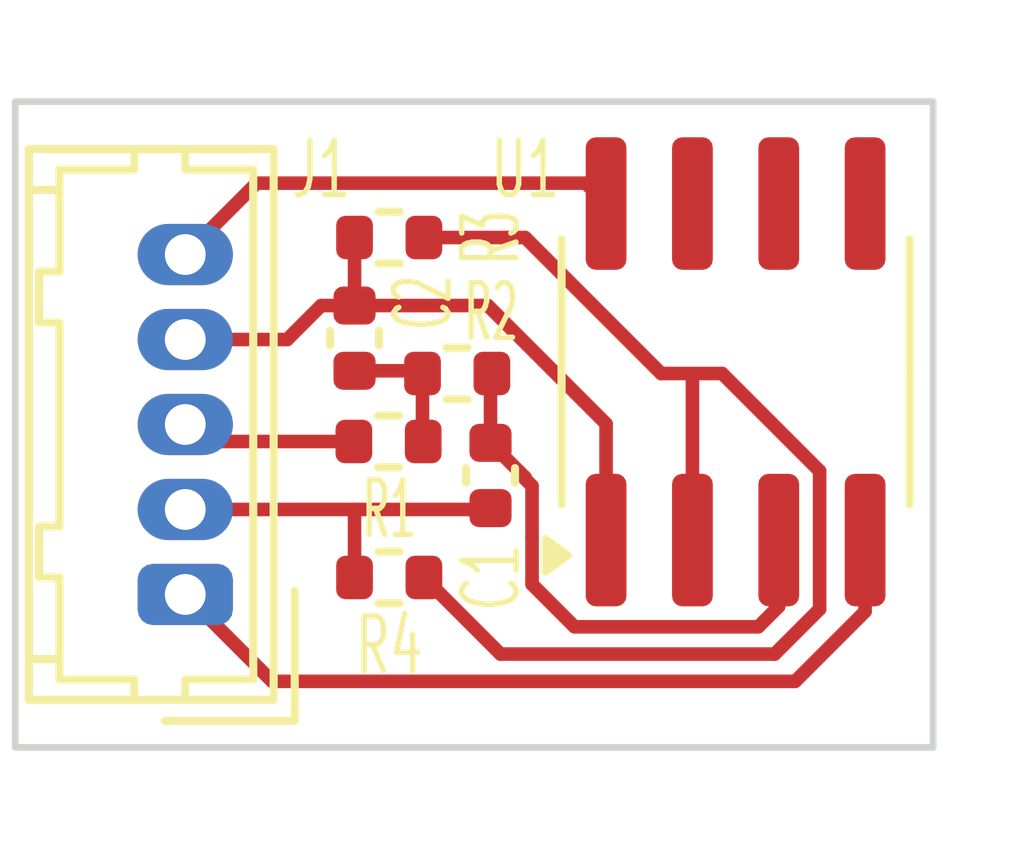
<source format=kicad_pcb>
(kicad_pcb (version 20241229) (generator "pcbnew") (generator_version "9.0")
  (layers (0 "F.Cu" signal) (2 "B.Cu" signal) (13 "F.Paste" user) (15 "B.Paste" user) (5 "F.SilkS" user "F.Silkscreen") (7 "B.SilkS" user "B.Silkscreen") (1 "F.Mask" user) (3 "B.Mask" user) (25 "Edge.Cuts" user))
  (net 0 "")
  (net 1 "Net-(U1A-+)")
  (net 2 "GND")
  (net 3 "Net-(C2-Pad1)")
  (net 4 "/Vin")
  (net 5 "/Vout")
  (net 6 "Net-(U1A--)")
  (net 7 "/-15V0")
  (net 11 "/+15V0")
  (footprint "Resistor_SMD:R_0402_1005Metric" (layer "F.Cu") (at 105.5 66.5)
    (property "Reference" "R4" (at 0 1 0) (layer "F.SilkS") (effects (font (size 0.8 0.5) (thickness 0.08))))
    (property "Value" "54k")
    (fp_line (start -0.153641 -0.38) (end 0.153641 -0.38) (stroke (width 0.12)) (layer "F.SilkS"))
    (fp_line (start -0.153641 0.38) (end 0.153641 0.38) (stroke (width 0.12)) (layer "F.SilkS"))
    (pad "1" smd roundrect (at -0.51 0) (size 0.54 0.64) (layers "F.Cu" "F.Mask" "F.Paste") (net 2 "GND"))
    (pad "2" smd roundrect (at 0.51 0) (size 0.54 0.64) (layers "F.Cu" "F.Mask" "F.Paste") (net 6 "Net-(U1A--)"))
  )
  (footprint "Resistor_SMD:R_0402_1005Metric" (layer "F.Cu") (at 106.5 63.5)
    (property "Reference" "R2" (at 0.5 -0.9 0) (layer "F.SilkS") (effects (font (size 0.8 0.4) (thickness 0.08) (bold yes))))
    (property "Value" "40k")
    (fp_line (start -0.153641 -0.38) (end 0.153641 -0.38) (stroke (width 0.12)) (layer "F.SilkS"))
    (fp_line (start -0.153641 0.38) (end 0.153641 0.38) (stroke (width 0.12)) (layer "F.SilkS"))
    (pad "1" smd roundrect (at -0.51 0) (size 0.54 0.64) (layers "F.Cu" "F.Mask" "F.Paste") (net 3 "Net-(C2-Pad1)"))
    (pad "2" smd roundrect (at 0.51 0) (size 0.54 0.64) (layers "F.Cu" "F.Mask" "F.Paste") (net 1 "Net-(U1A-+)"))
  )
  (footprint "Resistor_SMD:R_0402_1005Metric" (layer "F.Cu") (at 105.5 61.5 180)
    (property "Reference" "R3" (at -1.5 0 90) (layer "F.SilkS") (effects (font (size 0.8 0.4) (thickness 0.08) (bold yes))))
    (property "Value" "480k")
    (fp_line (start -0.153641 0.38) (end 0.153641 0.38) (stroke (width 0.12)) (layer "F.SilkS"))
    (fp_line (start -0.153641 -0.38) (end 0.153641 -0.38) (stroke (width 0.12)) (layer "F.SilkS"))
    (pad "1" smd roundrect (at -0.51 0 180) (size 0.54 0.64) (layers "F.Cu" "F.Mask" "F.Paste") (net 6 "Net-(U1A--)"))
    (pad "2" smd roundrect (at 0.51 0 180) (size 0.54 0.64) (layers "F.Cu" "F.Mask" "F.Paste") (net 5 "/Vout"))
  )
  (footprint "Package_SO:SOIC-8_3.9x4.9mm_P1.27mm" (layer "F.Cu") (at 110.595 63.475 90)
    (property "Reference" "U1" (at 2.975 -3.095 180) (layer "F.SilkS") (effects (font (size 0.8 0.5) (thickness 0.08))))
    (property "Value" "TLC277")
    (fp_line (start 0 -2.56) (end 1.95 -2.56) (stroke (width 0.12)) (layer "F.SilkS"))
    (fp_line (start 0 -2.56) (end -1.95 -2.56) (stroke (width 0.12)) (layer "F.SilkS"))
    (fp_line (start 0 2.56) (end 1.95 2.56) (stroke (width 0.12)) (layer "F.SilkS"))
    (fp_line (start 0 2.56) (end -1.95 2.56) (stroke (width 0.12)) (layer "F.SilkS"))
    (fp_poly (pts (xy -2.7 -2.465) (xy -2.94 -2.795) (xy -2.46 -2.795) (xy -2.7 -2.465)) (stroke (width 0.12)) (fill yes) (layer "F.SilkS"))
    (pad "1" smd roundrect (at -2.475 -1.905 90) (size 1.95 0.6) (layers "F.Cu" "F.Mask" "F.Paste") (net 5 "/Vout"))
    (pad "2" smd roundrect (at -2.475 -0.635 90) (size 1.95 0.6) (layers "F.Cu" "F.Mask" "F.Paste") (net 6 "Net-(U1A--)"))
    (pad "3" smd roundrect (at -2.475 0.635 90) (size 1.95 0.6) (layers "F.Cu" "F.Mask" "F.Paste") (net 1 "Net-(U1A-+)"))
    (pad "4" smd roundrect (at -2.475 1.905 90) (size 1.95 0.6) (layers "F.Cu" "F.Mask" "F.Paste") (net 7 "/-15V0"))
    (pad "5" smd roundrect (at 2.475 1.905 90) (size 1.95 0.6) (layers "F.Cu" "F.Mask" "F.Paste"))
    (pad "6" smd roundrect (at 2.475 0.635 90) (size 1.95 0.6) (layers "F.Cu" "F.Mask" "F.Paste"))
    (pad "7" smd roundrect (at 2.475 -0.635 90) (size 1.95 0.6) (layers "F.Cu" "F.Mask" "F.Paste"))
    (pad "8" smd roundrect (at 2.475 -1.905 90) (size 1.95 0.6) (layers "F.Cu" "F.Mask" "F.Paste") (net 11 "/+15V0"))
  )
  (footprint "Capacitor_SMD:C_0402_1005Metric" (layer "F.Cu") (at 104.99 62.98 90)
    (property "Reference" "C2" (at 0.52 1.01 270) (layer "F.SilkS") (effects (font (size 0.8 0.4) (thickness 0.08) (bold yes))))
    (property "Value" "0.68u")
    (fp_line (start -0.107836 -0.36) (end 0.107836 -0.36) (stroke (width 0.12)) (layer "F.SilkS"))
    (fp_line (start -0.107836 0.36) (end 0.107836 0.36) (stroke (width 0.12)) (layer "F.SilkS"))
    (pad "1" smd roundrect (at -0.48 0 90) (size 0.56 0.62) (layers "F.Cu" "F.Mask" "F.Paste") (net 3 "Net-(C2-Pad1)"))
    (pad "2" smd roundrect (at 0.48 0 90) (size 0.56 0.62) (layers "F.Cu" "F.Mask" "F.Paste") (net 5 "/Vout"))
  )
  (footprint "Resistor_SMD:R_0402_1005Metric" (layer "F.Cu") (at 105.49 64.5)
    (property "Reference" "R1" (at 0.01 1 0) (layer "F.SilkS") (effects (font (size 0.8 0.4) (thickness 0.08) (bold yes))))
    (property "Value" "7k")
    (fp_line (start -0.153641 -0.38) (end 0.153641 -0.38) (stroke (width 0.12)) (layer "F.SilkS"))
    (fp_line (start -0.153641 0.38) (end 0.153641 0.38) (stroke (width 0.12)) (layer "F.SilkS"))
    (pad "1" smd roundrect (at -0.51 0) (size 0.54 0.64) (layers "F.Cu" "F.Mask" "F.Paste") (net 4 "/Vin"))
    (pad "2" smd roundrect (at 0.51 0) (size 0.54 0.64) (layers "F.Cu" "F.Mask" "F.Paste") (net 3 "Net-(C2-Pad1)"))
  )
  (footprint "Connector_Hirose:Hirose_DF13-05P-1.25DSA_1x05_P1.25mm_Vertical" (layer "F.Cu") (at 102.5 66.75 90)
    (property "Reference" "J1" (at 6.25 2 180) (layer "F.SilkS") (effects (font (size 0.8 0.5) (thickness 0.08))))
    (property "Value" "Conn_01x05_Pin")
    (fp_line (start 6.55 -2.3) (end -1.55 -2.3) (stroke (width 0.12)) (layer "F.SilkS"))
    (fp_line (start -1.55 -2.3) (end -1.55 1.3) (stroke (width 0.12)) (layer "F.SilkS"))
    (fp_line (start 4.75 -2.15) (end 4.75 -1.85) (stroke (width 0.12)) (layer "F.SilkS"))
    (fp_line (start 4 -2.15) (end 4.75 -2.15) (stroke (width 0.12)) (layer "F.SilkS"))
    (fp_line (start 1 -2.15) (end 1 -1.85) (stroke (width 0.12)) (layer "F.SilkS"))
    (fp_line (start 0.25 -2.15) (end 1 -2.15) (stroke (width 0.12)) (layer "F.SilkS"))
    (fp_line (start 6.25 -1.85) (end 5.95 -1.85) (stroke (width 0.12)) (layer "F.SilkS"))
    (fp_line (start 5.95 -1.85) (end 5.95 -2.3) (stroke (width 0.12)) (layer "F.SilkS"))
    (fp_line (start 4.75 -1.85) (end 5.95 -1.85) (stroke (width 0.12)) (layer "F.SilkS"))
    (fp_line (start 4 -1.85) (end 4 -2.15) (stroke (width 0.12)) (layer "F.SilkS"))
    (fp_line (start 1 -1.85) (end 4 -1.85) (stroke (width 0.12)) (layer "F.SilkS"))
    (fp_line (start 0.25 -1.85) (end 0.25 -2.15) (stroke (width 0.12)) (layer "F.SilkS"))
    (fp_line (start -0.95 -1.85) (end -0.95 -2.3) (stroke (width 0.12)) (layer "F.SilkS"))
    (fp_line (start -0.95 -1.85) (end 0.25 -1.85) (stroke (width 0.12)) (layer "F.SilkS"))
    (fp_line (start -1.25 -1.85) (end -0.95 -1.85) (stroke (width 0.12)) (layer "F.SilkS"))
    (fp_line (start 6.55 -0.75) (end 6.25 -0.75) (stroke (width 0.12)) (layer "F.SilkS"))
    (fp_line (start 6.25 -0.75) (end 6.25 -1.85) (stroke (width 0.12)) (layer "F.SilkS"))
    (fp_line (start -1.25 -0.75) (end -1.25 -1.85) (stroke (width 0.12)) (layer "F.SilkS"))
    (fp_line (start -1.55 -0.75) (end -1.25 -0.75) (stroke (width 0.12)) (layer "F.SilkS"))
    (fp_line (start -1.86 -0.3) (end -1.86 1.61) (stroke (width 0.12)) (layer "F.SilkS"))
    (fp_line (start 6.25 0) (end 6.55 0) (stroke (width 0.12)) (layer "F.SilkS"))
    (fp_line (start -1.25 0) (end -1.25 1) (stroke (width 0.12)) (layer "F.SilkS"))
    (fp_line (start -1.55 0) (end -1.25 0) (stroke (width 0.12)) (layer "F.SilkS"))
    (fp_line (start 6.25 1) (end 6.25 0) (stroke (width 0.12)) (layer "F.SilkS"))
    (fp_line (start -1.25 1) (end 6.25 1) (stroke (width 0.12)) (layer "F.SilkS"))
    (fp_line (start 6.55 1.3) (end 6.55 -2.3) (stroke (width 0.12)) (layer "F.SilkS"))
    (fp_line (start -1.55 1.3) (end 6.55 1.3) (stroke (width 0.12)) (layer "F.SilkS"))
    (fp_line (start -1.86 1.61) (end 0.05 1.61) (stroke (width 0.12)) (layer "F.SilkS"))
    (pad "1" thru_hole roundrect (at 0 0 90) (size 0.9 1.4) (drill 0.6) (layers "*.Cu" "*.Mask") (net 7 "/-15V0"))
    (pad "2" thru_hole oval (at 1.25 0 90) (size 0.9 1.4) (drill 0.6) (layers "*.Cu" "*.Mask") (net 2 "GND"))
    (pad "3" thru_hole oval (at 2.5 0 90) (size 0.9 1.4) (drill 0.6) (layers "*.Cu" "*.Mask") (net 4 "/Vin"))
    (pad "4" thru_hole oval (at 3.75 0 90) (size 0.9 1.4) (drill 0.6) (layers "*.Cu" "*.Mask") (net 5 "/Vout"))
    (pad "5" thru_hole oval (at 5 0 90) (size 0.9 1.4) (drill 0.6) (layers "*.Cu" "*.Mask") (net 11 "/+15V0"))
  )
  (footprint "Capacitor_SMD:C_0402_1005Metric" (layer "F.Cu") (at 106.99 65 -90)
    (property "Reference" "C1" (at 1.5 -0.01 90) (layer "F.SilkS") (effects (font (size 0.8 0.5) (thickness 0.08))))
    (property "Value" "0.68u")
    (fp_line (start -0.107836 0.36) (end 0.107836 0.36) (stroke (width 0.12)) (layer "F.SilkS"))
    (fp_line (start -0.107836 -0.36) (end 0.107836 -0.36) (stroke (width 0.12)) (layer "F.SilkS"))
    (pad "1" smd roundrect (at -0.48 0 270) (size 0.56 0.62) (layers "F.Cu" "F.Mask" "F.Paste") (net 1 "Net-(U1A-+)"))
    (pad "2" smd roundrect (at 0.48 0 270) (size 0.56 0.62) (layers "F.Cu" "F.Mask" "F.Paste") (net 2 "GND"))
  )
  (gr_rect (start 100 59.5) (end 113.5 69) (stroke (width 0.1)) (fill no) (layer "Edge.Cuts"))
  (segment (start 107.601 66.5) (end 107.601 66.601) (width 0.2) (layer "F.Cu") (net 1))
  (segment (start 107.601 65.90755) (end 107.601 66.5) (width 0.2) (layer "F.Cu") (net 1))
  (segment (start 106.99 64.52) (end 106.99 63.52) (width 0.2) (layer "F.Cu") (net 1))
  (segment (start 106.99 63.52) (end 107.01 63.5) (width 0.2) (layer "F.Cu") (net 1))
  (segment (start 106.99 64.52) (end 107.5 65.03) (width 0.2) (layer "F.Cu") (net 1))
  (segment (start 107.5 65.03) (end 107.5 65.05245) (width 0.2) (layer "F.Cu") (net 1))
  (segment (start 107.601 66.601) (end 108.226 67.226) (width 0.2) (layer "F.Cu") (net 1))
  (segment (start 110.928999 67.226) (end 111.23 66.924999) (width 0.2) (layer "F.Cu") (net 1))
  (segment (start 107.601 65.15345) (end 107.601 65.90755) (width 0.2) (layer "F.Cu") (net 1))
  (segment (start 107.5 65.05245) (end 107.601 65.15345) (width 0.2) (layer "F.Cu") (net 1))
  (segment (start 108.226 67.226) (end 110.928999 67.226) (width 0.2) (layer "F.Cu") (net 1))
  (segment (start 111.23 66.924999) (end 111.23 65.95) (width 0.2) (layer "F.Cu") (net 1))
  (segment (start 105 65.5) (end 106.97 65.5) (width 0.2) (layer "F.Cu") (net 2))
  (segment (start 104.99 66.5) (end 104.99 65.51) (width 0.2) (layer "F.Cu") (net 2))
  (segment (start 106.97 65.5) (end 106.99 65.48) (width 0.2) (layer "F.Cu") (net 2))
  (segment (start 102.5 65.5) (end 105 65.5) (width 0.2) (layer "F.Cu") (net 2))
  (segment (start 105 65.5) (end 104.99 65.51) (width 0.2) (layer "F.Cu") (net 2))
  (segment (start 104.99 63.46) (end 105.95 63.46) (width 0.2) (layer "F.Cu") (net 3))
  (segment (start 105.95 63.46) (end 105.99 63.5) (width 0.2) (layer "F.Cu") (net 3))
  (segment (start 105.99 63.5) (end 105.99 64.49) (width 0.2) (layer "F.Cu") (net 3))
  (segment (start 105.99 64.49) (end 106 64.5) (width 0.2) (layer "F.Cu") (net 3))
  (segment (start 102.75 64.5) (end 102.5 64.25) (width 0.2) (layer "F.Cu") (net 4))
  (segment (start 104.98 64.5) (end 102.75 64.5) (width 0.2) (layer "F.Cu") (net 4))
  (segment (start 104.5 62.5) (end 104 63) (width 0.2) (layer "F.Cu") (net 5))
  (segment (start 104.99 62.5) (end 104.5 62.5) (width 0.2) (layer "F.Cu") (net 5))
  (segment (start 104.99 61.5) (end 104.99 62.5) (width 0.2) (layer "F.Cu") (net 5))
  (segment (start 104 63) (end 102.5 63) (width 0.2) (layer "F.Cu") (net 5))
  (segment (start 108.69 64.23966) (end 108.69 65.95) (width 0.2) (layer "F.Cu") (net 5))
  (segment (start 106.95034 62.5) (end 108.69 64.23966) (width 0.2) (layer "F.Cu") (net 5))
  (segment (start 104.99 62.5) (end 106.95034 62.5) (width 0.2) (layer "F.Cu") (net 5))
  (segment (start 109.5 63.5) (end 110.396968 63.5) (width 0.2) (layer "F.Cu") (net 6))
  (segment (start 111.831 66.965968) (end 111.169968 67.627) (width 0.2) (layer "F.Cu") (net 6))
  (segment (start 107.137 67.627) (end 106.01 66.5) (width 0.2) (layer "F.Cu") (net 6))
  (segment (start 106.01 61.5) (end 107.5 61.5) (width 0.2) (layer "F.Cu") (net 6))
  (segment (start 110.396968 63.5) (end 111.831 64.934032) (width 0.2) (layer "F.Cu") (net 6))
  (segment (start 111.831 64.934032) (end 111.831 66.965968) (width 0.2) (layer "F.Cu") (net 6))
  (segment (start 111.169968 67.627) (end 107.137 67.627) (width 0.2) (layer "F.Cu") (net 6))
  (segment (start 109.96 63.54) (end 109.96 65.95) (width 0.2) (layer "F.Cu") (net 6))
  (segment (start 107.5 61.5) (end 109.5 63.5) (width 0.2) (layer "F.Cu") (net 6))
  (segment (start 102.5 66.75) (end 103.778 68.028) (width 0.2) (layer "F.Cu") (net 7))
  (segment (start 103.778 68.028) (end 111.472 68.028) (width 0.2) (layer "F.Cu") (net 7))
  (segment (start 111.472 68.028) (end 112.5 67) (width 0.2) (layer "F.Cu") (net 7))
  (segment (start 112.5 67) (end 112.5 65.95) (width 0.2) (layer "F.Cu") (net 7))
  (segment (start 103.55 60.7) (end 108.39 60.7) (width 0.2) (layer "F.Cu") (net 11))
  (segment (start 102.77 62.02) (end 102.5 61.75) (width 0.2) (layer "F.Cu") (net 11))
  (segment (start 108.39 60.7) (end 108.69 61) (width 0.2) (layer "F.Cu") (net 11))
  (segment (start 102.5 61.75) (end 103.55 60.7) (width 0.2) (layer "F.Cu") (net 11))
)
</source>
